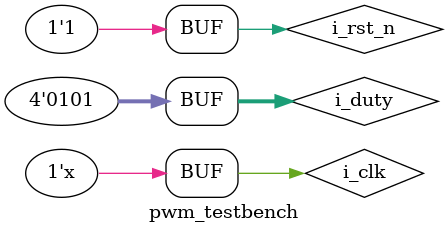
<source format=v>
`timescale 1ns / 1ps


module pwm_testbench(

    );
    
    reg i_clk;
    reg i_rst_n;
    reg [3:0] i_duty;
    wire o_pwm;
    
    initial begin
        i_clk = 0;
        i_rst_n = 1;
        i_duty = 4'b0000;
        #15;    //in nanoseconds
        
        i_duty = 4'b0001;
        #200;
        i_duty = 4'b0010;
        #200;
        i_duty = 4'b0011;
        #200;
        i_duty = 4'b0100;
        #200;
        i_duty = 4'b0101;
        #200;
    end
    
    always #5 i_clk = !i_clk;
    
    PWM #(.RESOLUTION(4))pwm_inst(
        .i_clk(i_clk),
        .i_rst_n(i_rst_n),
        .i_duty(i_duty),
        .o_pwm(o_pwm)
    );
endmodule

</source>
